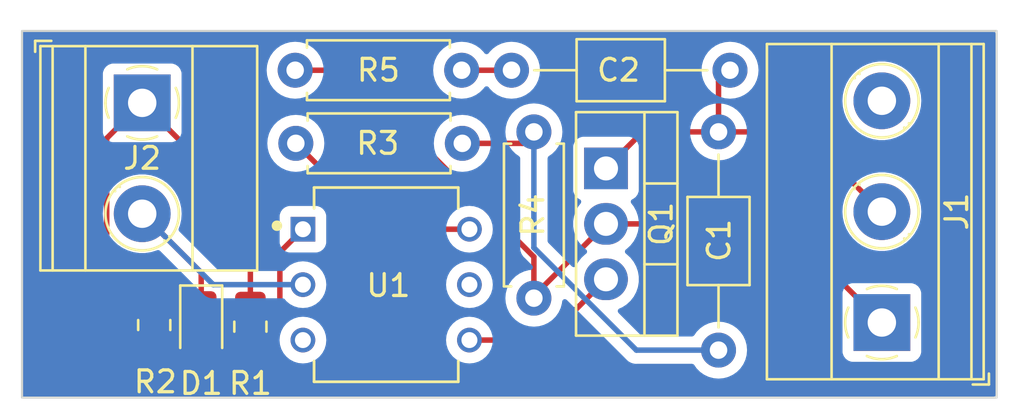
<source format=kicad_pcb>
(kicad_pcb (version 20221018) (generator pcbnew)
  (layers (0 "F.Cu" jumper) (31 "B.Cu" signal) (34 "B.Paste" user) (35 "F.Paste" user) (36 "B.SilkS" user "B.Silkscreen") (37 "F.SilkS" user "F.Silkscreen") (38 "B.Mask" user) (39 "F.Mask" user) (44 "Edge.Cuts" user))
  (net 0 "")
  (net 1 "Net-(C2-Pad1)")
  (net 2 "/Load")
  (net 3 "GND")
  (net 4 "Net-(D1-A)")
  (net 5 "/gate")
  (net 6 "Net-(R1-Pad2)")
  (net 7 "Net-(R3-Pad1)")
  (net 10 "Net-(C1-Pad1)")
  (net 11 "GND1")
  (net 12 "/Phase")
  (net 13 "/Vin")
  (footprint "Resistor_SMD:R_0805_2012Metric_Pad1.20x1.40mm_HandSolder" (layer "F.Cu") (at 141.45 86.275 -90)
    (fp_text reference "R2" (at 2.6 -0.05) (layer "F.SilkS"))
    (fp_text value "330")
    (fp_line (start -0.227064 -0.735) (end 0.227064 -0.735) (stroke (width 0.12)) (layer "F.SilkS"))
    (fp_line (start -0.227064 0.735) (end 0.227064 0.735) (stroke (width 0.12)) (layer "F.SilkS"))
    (pad "1" smd roundrect (at -1 0 270) (size 1.2 1.4) (layers "F.Cu" "F.Paste" "F.Mask") (roundrect_rratio 0.208333) (net 13 "/Vin"))
    (pad "2" smd roundrect (at 1 0 270) (size 1.2 1.4) (layers "F.Cu" "F.Paste" "F.Mask") (roundrect_rratio 0.208333) (net 4 "Net-(D1-A)"))
  )
  (footprint "Resistor_SMD:R_0805_2012Metric_Pad1.20x1.40mm_HandSolder" (layer "F.Cu") (at 145.85 86.35 -90)
    (fp_text reference "R1" (at 2.6 0) (layer "F.SilkS"))
    (fp_text value "170")
    (fp_line (start -0.227064 -0.735) (end 0.227064 -0.735) (stroke (width 0.12)) (layer "F.SilkS"))
    (fp_line (start -0.227064 0.735) (end 0.227064 0.735) (stroke (width 0.12)) (layer "F.SilkS"))
    (pad "1" smd roundrect (at -1 0 270) (size 1.2 1.4) (layers "F.Cu" "F.Paste" "F.Mask") (roundrect_rratio 0.208333) (net 13 "/Vin"))
    (pad "2" smd roundrect (at 1 0 270) (size 1.2 1.4) (layers "F.Cu" "F.Paste" "F.Mask") (roundrect_rratio 0.208333) (net 6 "Net-(R1-Pad2)"))
  )
  (footprint "Resistor_THT:R_Axial_DIN0207_L6.3mm_D2.5mm_P7.62mm_Horizontal" (layer "F.Cu") (at 158.825 77.425 -90)
    (fp_text reference "R4" (at 3.81 0.05 90) (layer "F.SilkS"))
    (fp_text value "470")
    (fp_line (start 0.54 -1.37) (end 7.08 -1.37) (stroke (width 0.12)) (layer "F.SilkS"))
    (fp_line (start 0.54 -1.04) (end 0.54 -1.37) (stroke (width 0.12)) (layer "F.SilkS"))
    (fp_line (start 0.54 1.04) (end 0.54 1.37) (stroke (width 0.12)) (layer "F.SilkS"))
    (fp_line (start 0.54 1.37) (end 7.08 1.37) (stroke (width 0.12)) (layer "F.SilkS"))
    (fp_line (start 7.08 -1.37) (end 7.08 -1.04) (stroke (width 0.12)) (layer "F.SilkS"))
    (fp_line (start 7.08 1.37) (end 7.08 1.04) (stroke (width 0.12)) (layer "F.SilkS"))
    (pad "1" thru_hole circle (at 0 0 270) (size 1.6 1.6) (drill 0.8) (layers "*.Cu" "*.Mask") (net 10 "Net-(C1-Pad1)"))
    (pad "2" thru_hole oval (at 7.62 0 270) (size 1.6 1.6) (drill 0.8) (layers "*.Cu" "*.Mask") (net 12 "/Phase"))
  )
  (footprint "TerminalBlock_Phoenix:TerminalBlock_Phoenix_MKDS-1,5-3-5.08_1x03_P5.08mm_Horizontal" (layer "F.Cu") (at 174.75 86.16 90)
    (fp_text reference "J1" (at 5.085 3.425 90) (layer "F.SilkS"))
    (fp_text value "Power")
    (fp_line (start -2.84 4.16) (end -2.84 4.9) (stroke (width 0.12)) (layer "F.SilkS"))
    (fp_line (start -2.84 4.9) (end -2.34 4.9) (stroke (width 0.12)) (layer "F.SilkS"))
    (fp_line (start -2.6 -5.261) (end -2.6 4.66) (stroke (width 0.12)) (layer "F.SilkS"))
    (fp_line (start -2.6 -5.261) (end 12.76 -5.261) (stroke (width 0.12)) (layer "F.SilkS"))
    (fp_line (start -2.6 -2.301) (end 12.76 -2.301) (stroke (width 0.12)) (layer "F.SilkS"))
    (fp_line (start -2.6 2.6) (end 12.76 2.6) (stroke (width 0.12)) (layer "F.SilkS"))
    (fp_line (start -2.6 4.1) (end 12.76 4.1) (stroke (width 0.12)) (layer "F.SilkS"))
    (fp_line (start -2.6 4.66) (end 12.76 4.66) (stroke (width 0.12)) (layer "F.SilkS"))
    (fp_line (start 3.853 1.023) (end 3.806 1.069) (stroke (width 0.12)) (layer "F.SilkS"))
    (fp_line (start 4.046 1.239) (end 4.011 1.274) (stroke (width 0.12)) (layer "F.SilkS"))
    (fp_line (start 6.15 -1.275) (end 6.115 -1.239) (stroke (width 0.12)) (layer "F.SilkS"))
    (fp_line (start 6.355 -1.069) (end 6.308 -1.023) (stroke (width 0.12)) (layer "F.SilkS"))
    (fp_line (start 8.933 1.023) (end 8.886 1.069) (stroke (width 0.12)) (layer "F.SilkS"))
    (fp_line (start 9.126 1.239) (end 9.091 1.274) (stroke (width 0.12)) (layer "F.SilkS"))
    (fp_line (start 11.23 -1.275) (end 11.195 -1.239) (stroke (width 0.12)) (layer "F.SilkS"))
    (fp_line (start 11.435 -1.069) (end 11.388 -1.023) (stroke (width 0.12)) (layer "F.SilkS"))
    (fp_line (start 12.76 -5.261) (end 12.76 4.66) (stroke (width 0.12)) (layer "F.SilkS"))
    (fp_arc (start -1.535427 0.683042) (mid -1.680501 -0.000524) (end -1.535 -0.684) (stroke (width 0.12)) (layer "F.SilkS"))
    (fp_arc (start -0.683042 -1.535427) (mid 0.000524 -1.680501) (end 0.684 -1.535) (stroke (width 0.12)) (layer "F.SilkS"))
    (fp_arc (start 0.028805 1.680253) (mid -0.335551 1.646659) (end -0.684 1.535) (stroke (width 0.12)) (layer "F.SilkS"))
    (fp_arc (start 0.683318 1.534756) (mid 0.349292 1.643288) (end 0 1.68) (stroke (width 0.12)) (layer "F.SilkS"))
    (fp_arc (start 1.535427 -0.683042) (mid 1.680501 0.000524) (end 1.535 0.684) (stroke (width 0.12)) (layer "F.SilkS"))
    (fp_circle (center 5.08 0) (end 6.76 0) (stroke (width 0.12)) (fill none) (layer "F.SilkS"))
    (fp_circle (center 10.16 0) (end 11.84 0) (stroke (width 0.12)) (fill none) (layer "F.SilkS"))
    (pad "1" thru_hole rect (at 0 0 90) (size 2.6 2.6) (drill 1.3) (layers "*.Cu" "*.Mask") (net 12 "/Phase"))
    (pad "2" thru_hole circle (at 5.08 0 90) (size 2.6 2.6) (drill 1.3) (layers "*.Cu" "*.Mask") (net 2 "/Load"))
    (pad "3" thru_hole circle (at 10.16 0 90) (size 2.6 2.6) (drill 1.3) (layers "*.Cu" "*.Mask") (net 3 "GND"))
  )
  (footprint "TerminalBlock_Phoenix:TerminalBlock_Phoenix_MKDS-1,5-2-5.08_1x02_P5.08mm_Horizontal" (layer "F.Cu") (at 140.9 76.095 -90)
    (fp_text reference "J2" (at 2.54 0) (layer "F.SilkS"))
    (fp_text value "DC_in")
    (fp_line (start -2.84 4.16) (end -2.84 4.9) (stroke (width 0.12)) (layer "F.SilkS"))
    (fp_line (start -2.84 4.9) (end -2.34 4.9) (stroke (width 0.12)) (layer "F.SilkS"))
    (fp_line (start -2.6 -5.261) (end -2.6 4.66) (stroke (width 0.12)) (layer "F.SilkS"))
    (fp_line (start -2.6 -5.261) (end 7.68 -5.261) (stroke (width 0.12)) (layer "F.SilkS"))
    (fp_line (start -2.6 -2.301) (end 7.68 -2.301) (stroke (width 0.12)) (layer "F.SilkS"))
    (fp_line (start -2.6 2.6) (end 7.68 2.6) (stroke (width 0.12)) (layer "F.SilkS"))
    (fp_line (start -2.6 4.1) (end 7.68 4.1) (stroke (width 0.12)) (layer "F.SilkS"))
    (fp_line (start -2.6 4.66) (end 7.68 4.66) (stroke (width 0.12)) (layer "F.SilkS"))
    (fp_line (start 3.853 1.023) (end 3.806 1.069) (stroke (width 0.12)) (layer "F.SilkS"))
    (fp_line (start 4.046 1.239) (end 4.011 1.274) (stroke (width 0.12)) (layer "F.SilkS"))
    (fp_line (start 6.15 -1.275) (end 6.115 -1.239) (stroke (width 0.12)) (layer "F.SilkS"))
    (fp_line (start 6.355 -1.069) (end 6.308 -1.023) (stroke (width 0.12)) (layer "F.SilkS"))
    (fp_line (start 7.68 -5.261) (end 7.68 4.66) (stroke (width 0.12)) (layer "F.SilkS"))
    (fp_arc (start -1.535427 0.683042) (mid -1.680501 -0.000524) (end -1.535 -0.684) (stroke (width 0.12)) (layer "F.SilkS"))
    (fp_arc (start -0.683042 -1.535427) (mid 0.000524 -1.680501) (end 0.684 -1.535) (stroke (width 0.12)) (layer "F.SilkS"))
    (fp_arc (start 0.028805 1.680253) (mid -0.335551 1.646659) (end -0.684 1.535) (stroke (width 0.12)) (layer "F.SilkS"))
    (fp_arc (start 0.683318 1.534756) (mid 0.349292 1.643288) (end 0 1.68) (stroke (width 0.12)) (layer "F.SilkS"))
    (fp_arc (start 1.535427 -0.683042) (mid 1.680501 0.000524) (end 1.535 0.684) (stroke (width 0.12)) (layer "F.SilkS"))
    (fp_circle (center 5.08 0) (end 6.76 0) (stroke (width 0.12)) (fill none) (layer "F.SilkS"))
    (pad "1" thru_hole rect (at 0 0 270) (size 2.6 2.6) (drill 1.3) (layers "*.Cu" "*.Mask") (net 13 "/Vin"))
    (pad "2" thru_hole circle (at 5.08 0 270) (size 2.6 2.6) (drill 1.3) (layers "*.Cu" "*.Mask") (net 11 "GND1"))
  )
  (footprint "Resistor_THT:R_Axial_DIN0207_L6.3mm_D2.5mm_P7.62mm_Horizontal" (layer "F.Cu") (at 155.52 74.6 180)
    (fp_text reference "R5" (at 3.81 0) (layer "F.SilkS"))
    (fp_text value "39")
    (fp_line (start 0.54 -1.37) (end 7.08 -1.37) (stroke (width 0.12)) (layer "F.SilkS"))
    (fp_line (start 0.54 -1.04) (end 0.54 -1.37) (stroke (width 0.12)) (layer "F.SilkS"))
    (fp_line (start 0.54 1.04) (end 0.54 1.37) (stroke (width 0.12)) (layer "F.SilkS"))
    (fp_line (start 0.54 1.37) (end 7.08 1.37) (stroke (width 0.12)) (layer "F.SilkS"))
    (fp_line (start 7.08 -1.37) (end 7.08 -1.04) (stroke (width 0.12)) (layer "F.SilkS"))
    (fp_line (start 7.08 1.37) (end 7.08 1.04) (stroke (width 0.12)) (layer "F.SilkS"))
    (pad "1" thru_hole circle (at 0 0 180) (size 1.6 1.6) (drill 0.8) (layers "*.Cu" "*.Mask") (net 1 "Net-(C2-Pad1)"))
    (pad "2" thru_hole oval (at 7.62 0 180) (size 1.6 1.6) (drill 0.8) (layers "*.Cu" "*.Mask") (net 12 "/Phase"))
  )
  (footprint "moc3021:DIP762W45P254L889H508Q6" (layer "F.Cu") (at 152.065 84.425)
    (fp_text reference "U1" (at 0.1 0.04) (layer "F.SilkS"))
    (fp_text value "MOC3021M")
    (fp_line (start -3.3 -4.45) (end 3.3 -4.45) (stroke (width 0.127)) (layer "F.SilkS"))
    (fp_line (start -3.3 -3.5) (end -3.3 -4.45) (stroke (width 0.127)) (layer "F.SilkS"))
    (fp_line (start -3.3 3.5) (end -3.3 4.45) (stroke (width 0.127)) (layer "F.SilkS"))
    (fp_line (start -3.3 4.45) (end 3.3 4.45) (stroke (width 0.127)) (layer "F.SilkS"))
    (fp_line (start 3.3 -4.45) (end 3.3 -3.5) (stroke (width 0.127)) (layer "F.SilkS"))
    (fp_line (start 3.3 4.45) (end 3.3 3.5) (stroke (width 0.127)) (layer "F.SilkS"))
    (fp_circle (center -5 -2.7) (end -4.88 -2.7) (stroke (width 0.24)) (fill none) (layer "F.SilkS"))
    (pad "1" thru_hole rect (at -3.81 -2.54) (size 1.13 1.13) (drill 0.73) (layers "*.Cu" "*.Mask") (net 6 "Net-(R1-Pad2)"))
    (pad "2" thru_hole circle (at -3.81 0) (size 1.13 1.13) (drill 0.73) (layers "*.Cu" "*.Mask") (net 11 "GND1"))
    (pad "3" thru_hole circle (at -3.81 2.54) (size 1.13 1.13) (drill 0.73) (layers "*.Cu" "*.Mask"))
    (pad "4" thru_hole circle (at 3.81 2.54) (size 1.13 1.13) (drill 0.73) (layers "*.Cu" "*.Mask") (net 5 "/gate"))
    (pad "5" thru_hole circle (at 3.81 0) (size 1.13 1.13) (drill 0.73) (layers "*.Cu" "*.Mask"))
    (pad "6" thru_hole circle (at 3.81 -2.54) (size 1.13 1.13) (drill 0.73) (layers "*.Cu" "*.Mask") (net 7 "Net-(R3-Pad1)"))
  )
  (footprint "LED_SMD:LED_0805_2012Metric_Pad1.15x1.40mm_HandSolder" (layer "F.Cu") (at 143.6 86.325 -90)
    (fp_text reference "D1" (at 2.625 0) (layer "F.SilkS"))
    (fp_text value "LED")
    (fp_line (start -1.86 -0.96) (end -1.86 0.96) (stroke (width 0.12)) (layer "F.SilkS"))
    (fp_line (start -1.86 0.96) (end 1 0.96) (stroke (width 0.12)) (layer "F.SilkS"))
    (fp_line (start 1 -0.96) (end -1.86 -0.96) (stroke (width 0.12)) (layer "F.SilkS"))
    (pad "1" smd roundrect (at -1.025 0 270) (size 1.15 1.4) (layers "F.Cu" "F.Paste" "F.Mask") (roundrect_rratio 0.217391) (net 11 "GND1"))
    (pad "2" smd roundrect (at 1.025 0 270) (size 1.15 1.4) (layers "F.Cu" "F.Paste" "F.Mask") (roundrect_rratio 0.217391) (net 4 "Net-(D1-A)"))
  )
  (footprint "Capacitor_THT:C_Axial_L3.8mm_D2.6mm_P10.00mm_Horizontal" (layer "F.Cu") (at 167.275 87.425 90)
    (fp_text reference "C1" (at 5.025 0.025 90) (layer "F.SilkS"))
    (fp_text value "0nF")
    (fp_line (start 1.04 0) (end 2.98 0) (stroke (width 0.12)) (layer "F.SilkS"))
    (fp_line (start 2.98 -1.42) (end 2.98 1.42) (stroke (width 0.12)) (layer "F.SilkS"))
    (fp_line (start 2.98 1.42) (end 7.02 1.42) (stroke (width 0.12)) (layer "F.SilkS"))
    (fp_line (start 7.02 -1.42) (end 2.98 -1.42) (stroke (width 0.12)) (layer "F.SilkS"))
    (fp_line (start 7.02 1.42) (end 7.02 -1.42) (stroke (width 0.12)) (layer "F.SilkS"))
    (fp_line (start 8.96 0) (end 7.02 0) (stroke (width 0.12)) (layer "F.SilkS"))
    (pad "1" thru_hole circle (at 0 0 90) (size 1.6 1.6) (drill 0.8) (layers "*.Cu" "*.Mask") (net 10 "Net-(C1-Pad1)"))
    (pad "2" thru_hole oval (at 10 0 90) (size 1.6 1.6) (drill 0.8) (layers "*.Cu" "*.Mask") (net 2 "/Load"))
  )
  (footprint "Capacitor_THT:C_Axial_L3.8mm_D2.6mm_P10.00mm_Horizontal" (layer "F.Cu") (at 157.8 74.6)
    (fp_text reference "C2" (at 4.9 0) (layer "F.SilkS"))
    (fp_text value "10nF")
    (fp_line (start 1.04 0) (end 2.98 0) (stroke (width 0.12)) (layer "F.SilkS"))
    (fp_line (start 2.98 -1.42) (end 2.98 1.42) (stroke (width 0.12)) (layer "F.SilkS"))
    (fp_line (start 2.98 1.42) (end 7.02 1.42) (stroke (width 0.12)) (layer "F.SilkS"))
    (fp_line (start 7.02 -1.42) (end 2.98 -1.42) (stroke (width 0.12)) (layer "F.SilkS"))
    (fp_line (start 7.02 1.42) (end 7.02 -1.42) (stroke (width 0.12)) (layer "F.SilkS"))
    (fp_line (start 8.96 0) (end 7.02 0) (stroke (width 0.12)) (layer "F.SilkS"))
    (pad "1" thru_hole circle (at 0 0) (size 1.6 1.6) (drill 0.8) (layers "*.Cu" "*.Mask") (net 1 "Net-(C2-Pad1)"))
    (pad "2" thru_hole oval (at 10 0) (size 1.6 1.6) (drill 0.8) (layers "*.Cu" "*.Mask") (net 2 "/Load"))
  )
  (footprint "Package_TO_SOT_THT:TO-220-3_Vertical" (layer "F.Cu") (at 162.125 79.1 -90)
    (fp_text reference "Q1" (at 2.54 -2.525 90) (layer "F.SilkS"))
    (fp_text value "Triac")
    (fp_line (start -2.58 -3.27) (end -2.58 1.371) (stroke (width 0.12)) (layer "F.SilkS"))
    (fp_line (start -2.58 -3.27) (end 7.66 -3.27) (stroke (width 0.12)) (layer "F.SilkS"))
    (fp_line (start -2.58 -1.76) (end 7.66 -1.76) (stroke (width 0.12)) (layer "F.SilkS"))
    (fp_line (start -2.58 1.371) (end 7.66 1.371) (stroke (width 0.12)) (layer "F.SilkS"))
    (fp_line (start 0.69 -3.27) (end 0.69 -1.76) (stroke (width 0.12)) (layer "F.SilkS"))
    (fp_line (start 4.391 -3.27) (end 4.391 -1.76) (stroke (width 0.12)) (layer "F.SilkS"))
    (fp_line (start 7.66 -3.27) (end 7.66 1.371) (stroke (width 0.12)) (layer "F.SilkS"))
    (pad "1" thru_hole rect (at 0 0 270) (size 1.905 2) (drill 1.1) (layers "*.Cu" "*.Mask") (net 2 "/Load"))
    (pad "2" thru_hole oval (at 2.54 0 270) (size 1.905 2) (drill 1.1) (layers "*.Cu" "*.Mask") (net 12 "/Phase"))
    (pad "3" thru_hole oval (at 5.08 0 270) (size 1.905 2) (drill 1.1) (layers "*.Cu" "*.Mask") (net 5 "/gate"))
  )
  (footprint "Resistor_THT:R_Axial_DIN0207_L6.3mm_D2.5mm_P7.62mm_Horizontal" (layer "F.Cu") (at 147.93 77.95)
    (fp_text reference "R3" (at 3.75 0) (layer "F.SilkS"))
    (fp_text value "330")
    (fp_line (start 0.54 -1.37) (end 7.08 -1.37) (stroke (width 0.12)) (layer "F.SilkS"))
    (fp_line (start 0.54 -1.04) (end 0.54 -1.37) (stroke (width 0.12)) (layer "F.SilkS"))
    (fp_line (start 0.54 1.04) (end 0.54 1.37) (stroke (width 0.12)) (layer "F.SilkS"))
    (fp_line (start 0.54 1.37) (end 7.08 1.37) (stroke (width 0.12)) (layer "F.SilkS"))
    (fp_line (start 7.08 -1.37) (end 7.08 -1.04) (stroke (width 0.12)) (layer "F.SilkS"))
    (fp_line (start 7.08 1.37) (end 7.08 1.04) (stroke (width 0.12)) (layer "F.SilkS"))
    (pad "1" thru_hole circle (at 0 0) (size 1.6 1.6) (drill 0.8) (layers "*.Cu" "*.Mask") (net 7 "Net-(R3-Pad1)"))
    (pad "2" thru_hole oval (at 7.62 0) (size 1.6 1.6) (drill 0.8) (layers "*.Cu" "*.Mask") (net 10 "Net-(C1-Pad1)"))
  )
  (gr_rect (start 135.4 72.8) (end 180 89.6) (stroke (width 0.1)) (fill none) (layer "Edge.Cuts"))
  (segment (start 155.52 74.6) (end 157.8 74.6) (width 0.25) (layer "F.Cu") (net 1))
  (segment (start 167.275 77.425) (end 167.275 75.125) (width 0.25) (layer "F.Cu") (net 2))
  (segment (start 167.275 77.425) (end 163.8 77.425) (width 0.25) (layer "F.Cu") (net 2))
  (segment (start 163.8 77.425) (end 162.125 79.1) (width 0.25) (layer "F.Cu") (net 2))
  (segment (start 167.275 75.125) (end 167.8 74.6) (width 0.25) (layer "F.Cu") (net 2))
  (segment (start 167.275 77.425) (end 171.095 77.425) (width 0.25) (layer "F.Cu") (net 2))
  (segment (start 171.095 77.425) (end 174.75 81.08) (width 0.25) (layer "F.Cu") (net 2))
  (segment (start 143.525 87.275) (end 143.6 87.35) (width 0.25) (layer "F.Cu") (net 4))
  (segment (start 141.45 87.275) (end 143.525 87.275) (width 0.25) (layer "F.Cu") (net 4))
  (segment (start 155.875 86.965) (end 159.34 86.965) (width 0.25) (layer "F.Cu") (net 5))
  (segment (start 159.34 86.965) (end 162.125 84.18) (width 0.25) (layer "F.Cu") (net 5))
  (segment (start 147.2 86) (end 147.2 82.94) (width 0.25) (layer "F.Cu") (net 6))
  (segment (start 145.85 87.35) (end 147.2 86) (width 0.25) (layer "F.Cu") (net 6))
  (segment (start 147.2 82.94) (end 148.255 81.885) (width 0.25) (layer "F.Cu") (net 6))
  (segment (start 151.865 81.885) (end 147.93 77.95) (width 0.25) (layer "F.Cu") (net 7))
  (segment (start 155.875 81.885) (end 151.865 81.885) (width 0.25) (layer "F.Cu") (net 7))
  (segment (start 158.3 77.95) (end 158.825 77.425) (width 0.25) (layer "F.Cu") (net 10))
  (segment (start 155.55 77.95) (end 158.3 77.95) (width 0.25) (layer "F.Cu") (net 10))
  (segment (start 158.825 82.734158) (end 158.825 77.425) (width 0.25) (layer "B.Cu") (net 10))
  (segment (start 163.515842 87.425) (end 158.825 82.734158) (width 0.25) (layer "B.Cu") (net 10))
  (segment (start 167.275 87.425) (end 163.515842 87.425) (width 0.25) (layer "B.Cu") (net 10))
  (segment (start 143.6 85.3) (end 143.6 83.875) (width 0.25) (layer "F.Cu") (net 11))
  (segment (start 143.6 83.875) (end 140.9 81.175) (width 0.25) (layer "F.Cu") (net 11))
  (segment (start 144.15 84.425) (end 148.255 84.425) (width 0.25) (layer "B.Cu") (net 11))
  (segment (start 140.9 81.175) (end 144.15 84.425) (width 0.25) (layer "B.Cu") (net 11))
  (segment (start 158.825 83.15) (end 150.275 74.6) (width 0.25) (layer "F.Cu") (net 12))
  (segment (start 150.275 74.6) (end 147.9 74.6) (width 0.25) (layer "F.Cu") (net 12))
  (segment (start 170.23 81.64) (end 162.125 81.64) (width 0.25) (layer "F.Cu") (net 12))
  (segment (start 174.75 86.16) (end 170.23 81.64) (width 0.25) (layer "F.Cu") (net 12))
  (segment (start 158.825 84.94) (end 162.125 81.64) (width 0.25) (layer "F.Cu") (net 12))
  (segment (start 158.825 85.045) (end 158.825 83.15) (width 0.25) (layer "F.Cu") (net 12))
  (segment (start 158.825 85.045) (end 158.825 84.94) (width 0.25) (layer "F.Cu") (net 12))
  (segment (start 139.275 83.1) (end 139.275 77.72) (width 0.25) (layer "F.Cu") (net 13))
  (segment (start 141.45 85.275) (end 139.275 83.1) (width 0.25) (layer "F.Cu") (net 13))
  (segment (start 140.9 76.095) (end 140.73 76.095) (width 0.25) (layer "F.Cu") (net 13))
  (segment (start 145.85 81.045) (end 140.9 76.095) (width 0.25) (layer "F.Cu") (net 13))
  (segment (start 145.85 85.35) (end 145.85 81.045) (width 0.25) (layer "F.Cu") (net 13))
  (segment (start 139.275 77.72) (end 140.9 76.095) (width 0.25) (layer "F.Cu") (net 13))
  (zone (net 0) (net_name "") (layer "B.Cu") (connect_pads (clearance 0.5)) (min_thickness 0.25) (fill yes (thermal_gap 0.5) (thermal_bridge_width 0.5) (island_removal_mode 1) (island_area_min 10))
    (polygon (pts (xy 135.425 72.75) (xy 135.4 89.575) (xy 180.05 89.55) (xy 179.95 72.8)))
  )
)
</source>
